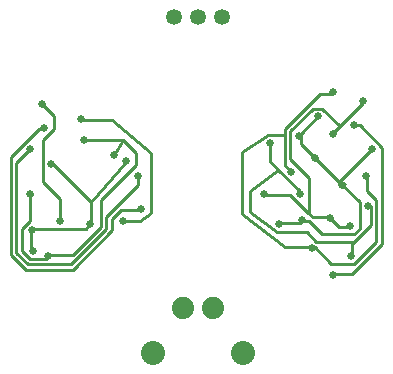
<source format=gbr>
G04 EAGLE Gerber X2 export*
%TF.Part,Single*%
%TF.FileFunction,Copper,L1,Top,Mixed*%
%TF.FilePolarity,Positive*%
%TF.GenerationSoftware,Autodesk,EAGLE,8.7.0*%
%TF.CreationDate,2018-06-27T00:28:53Z*%
G75*
%MOMM*%
%FSLAX34Y34*%
%LPD*%
%AMOC8*
5,1,8,0,0,1.08239X$1,22.5*%
G01*
%ADD10C,1.879600*%
%ADD11C,1.350000*%
%ADD12C,2.032000*%
%ADD13C,0.635000*%
%ADD14C,0.254000*%


D10*
X177800Y78740D03*
X203200Y78740D03*
D11*
X170180Y325120D03*
X190500Y325120D03*
X210820Y325120D03*
D12*
X152400Y40640D03*
X228600Y40640D03*
D13*
X251460Y218440D03*
X334010Y165100D03*
X276860Y175260D03*
X320040Y123190D03*
D14*
X320675Y123825D02*
X320675Y133350D01*
X321469Y134144D02*
X336550Y149225D01*
X321469Y134144D02*
X320675Y133350D01*
X336550Y149225D02*
X336550Y165100D01*
X320675Y123825D02*
X320040Y123190D01*
X334010Y165100D02*
X336550Y165100D01*
X257969Y196056D02*
X250825Y203200D01*
X257969Y196056D02*
X276225Y177800D01*
X250825Y203200D02*
X250825Y215900D01*
X276225Y177800D02*
X276860Y175260D01*
X250825Y215900D02*
X251460Y218440D01*
X290513Y134938D02*
X320675Y134938D01*
X290513Y134938D02*
X282575Y142875D01*
X257175Y142875D01*
X234633Y160338D01*
X234633Y177800D01*
X257969Y196056D01*
X320675Y134938D02*
X321469Y134144D01*
D13*
X304800Y106680D03*
X322580Y233680D03*
D14*
X323850Y234950D01*
X320675Y107950D02*
X304800Y107950D01*
X320675Y107950D02*
X346075Y133350D01*
X346075Y214313D01*
X327025Y233363D01*
X323850Y233363D01*
X304800Y107950D02*
X304800Y106680D01*
X323850Y233363D02*
X322580Y233680D01*
D13*
X259080Y149860D03*
X337820Y213360D03*
X292100Y241300D03*
X289560Y205740D03*
X312420Y182880D03*
X275590Y224790D03*
X278130Y153670D03*
D14*
X312420Y182880D02*
X314325Y184150D01*
X277495Y224155D02*
X277019Y226219D01*
X292100Y241300D01*
X277495Y224155D02*
X275590Y224790D01*
X276225Y150813D02*
X260350Y150813D01*
X276225Y150813D02*
X279400Y153988D01*
X260350Y150813D02*
X259080Y149860D01*
X278130Y153670D02*
X279400Y153988D01*
X309563Y185738D02*
X312420Y182880D01*
X309563Y185738D02*
X289560Y205740D01*
X309563Y185738D02*
X336550Y212725D01*
X337820Y213360D01*
X284163Y152400D02*
X279400Y152400D01*
X284163Y152400D02*
X295275Y141288D01*
X322263Y141288D01*
X327025Y146050D01*
X327025Y168275D01*
X312420Y182880D01*
X279400Y152400D02*
X278130Y153670D01*
X277813Y217488D02*
X277813Y225425D01*
X277813Y217488D02*
X289560Y205740D01*
X277813Y225425D02*
X277019Y226219D01*
D13*
X246380Y175260D03*
X302260Y154940D03*
X318770Y148590D03*
X304800Y226060D03*
X330200Y254000D03*
D14*
X330200Y252413D02*
X310356Y232569D01*
X304800Y227013D01*
X330200Y252413D02*
X330200Y254000D01*
X304800Y227013D02*
X304800Y226060D01*
X309563Y147638D02*
X319088Y147638D01*
X309563Y147638D02*
X302260Y154940D01*
X318770Y148590D02*
X319088Y147638D01*
X268288Y174625D02*
X247650Y174625D01*
X283369Y159544D02*
X287338Y155575D01*
X283369Y159544D02*
X268288Y174625D01*
X287338Y155575D02*
X301625Y155575D01*
X247650Y174625D02*
X246380Y175260D01*
X301625Y155575D02*
X302260Y154940D01*
X310356Y232569D02*
X295275Y247650D01*
X287338Y247650D01*
X268288Y228600D01*
X268288Y204788D01*
X284163Y188913D01*
X284163Y160338D01*
X283369Y159544D01*
D13*
X287020Y129540D03*
X269240Y194310D03*
X304800Y261620D03*
X332740Y190500D03*
D14*
X304800Y260350D02*
X293688Y260350D01*
X263525Y230188D01*
X263525Y225425D02*
X263525Y200025D01*
X263525Y225425D02*
X263525Y230188D01*
X263525Y200025D02*
X269240Y194310D01*
X304800Y260350D02*
X304800Y261620D01*
X333375Y190500D02*
X333375Y177800D01*
X341313Y169863D01*
X341313Y134938D01*
X322263Y115888D01*
X303213Y115888D01*
X288925Y130175D01*
X332740Y190500D02*
X333375Y190500D01*
X288925Y130175D02*
X287020Y129540D01*
X263525Y225425D02*
X249238Y225425D01*
X227330Y211138D01*
X227330Y158750D01*
X263525Y130175D01*
X285750Y130175D01*
X287020Y129540D01*
D13*
X127000Y152400D03*
X91440Y238760D03*
D14*
X127000Y152400D02*
X141288Y152400D01*
X150495Y159068D01*
X150495Y209868D01*
X117158Y238125D01*
X92075Y238125D01*
X91440Y238760D01*
D13*
X129540Y203200D03*
X49530Y144780D03*
X66040Y200660D03*
X99060Y149860D03*
X50800Y127000D03*
D14*
X49530Y127000D01*
X66993Y200025D02*
X66040Y200660D01*
X49213Y144463D02*
X49213Y127000D01*
X100013Y150813D02*
X100013Y168275D01*
X68263Y200025D01*
X100013Y168275D02*
X129223Y202565D01*
X129540Y203200D01*
X95250Y146050D02*
X49213Y146050D01*
X95250Y146050D02*
X99060Y149860D01*
X49530Y144780D02*
X49213Y146050D01*
X99060Y149860D02*
X100013Y150813D01*
D13*
X59690Y231140D03*
X142240Y162560D03*
D14*
X60643Y230188D02*
X59690Y231140D01*
X125413Y161925D02*
X141288Y161925D01*
X125413Y161925D02*
X117475Y153988D01*
X117475Y144463D01*
X84138Y111125D01*
X44450Y111125D01*
X31750Y123825D01*
X31750Y206375D01*
X55563Y230188D01*
X60325Y230188D01*
X141288Y161925D02*
X142240Y162560D01*
D13*
X73660Y152400D03*
X58420Y251460D03*
D14*
X73343Y152400D02*
X73660Y152400D01*
X73025Y152400D02*
X73025Y171450D01*
X58738Y185738D01*
X58738Y220663D01*
X68263Y230188D01*
X68263Y241300D01*
X58738Y250825D01*
X58420Y251460D01*
D13*
X93980Y220980D03*
X48260Y175260D03*
X63500Y123190D03*
X119380Y208280D03*
D14*
X49530Y174625D02*
X48260Y175260D01*
X93980Y220980D02*
X127000Y220917D01*
X119380Y208280D01*
X47625Y174625D02*
X47625Y152400D01*
X41275Y146050D01*
X41275Y127000D01*
X47625Y120650D01*
X61913Y120650D01*
X63500Y122238D01*
X63500Y123190D01*
X107950Y169863D02*
X138113Y200025D01*
X107950Y169863D02*
X107950Y147638D01*
X84138Y123825D01*
X63500Y123825D01*
X63500Y123190D01*
X138113Y200025D02*
X138113Y209804D01*
X127000Y220917D01*
D13*
X48260Y213360D03*
X139700Y190500D03*
D14*
X139700Y182563D01*
X112713Y155575D01*
X112713Y146050D01*
X82550Y115888D01*
X46038Y115888D01*
X36513Y125413D01*
X36513Y201613D01*
X48260Y213360D01*
M02*

</source>
